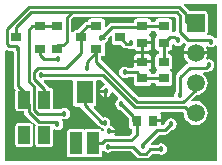
<source format=gbl>
G04 Layer_Physical_Order=2*
G04 Layer_Color=16711680*
%FSLAX25Y25*%
%MOIN*%
G70*
G01*
G75*
%ADD10R,0.03150X0.03543*%
%ADD11R,0.03543X0.03150*%
%ADD17C,0.01000*%
%ADD18C,0.05905*%
%ADD19R,0.05905X0.05905*%
%ADD20C,0.01800*%
%ADD21R,0.03543X0.03150*%
%ADD22R,0.03937X0.05905*%
%ADD23R,0.04331X0.07480*%
%ADD24R,0.05512X0.07480*%
G36*
X51539Y44882D02*
X51617Y44492D01*
X51838Y44161D01*
X52132Y43964D01*
X52161Y43701D01*
X52132Y43437D01*
X51838Y43241D01*
X51617Y42910D01*
X51539Y42520D01*
Y39370D01*
X51617Y38980D01*
X51838Y38649D01*
X52169Y38428D01*
X52559Y38351D01*
X52801D01*
Y37240D01*
X52559D01*
X52169Y37163D01*
X51838Y36942D01*
X51617Y36611D01*
X51539Y36221D01*
Y33071D01*
X51617Y32681D01*
X51838Y32350D01*
X52132Y32153D01*
X52161Y31890D01*
X52132Y31626D01*
X51838Y31430D01*
X51617Y31099D01*
X51539Y30709D01*
Y30707D01*
X50035D01*
Y30709D01*
X49958Y31099D01*
X49737Y31430D01*
X49442Y31626D01*
X49413Y31890D01*
X49442Y32153D01*
X49737Y32350D01*
X49958Y32681D01*
X50035Y33071D01*
Y34146D01*
X47244D01*
X44453D01*
Y33071D01*
X44030Y32632D01*
X42469D01*
X42080Y32892D01*
X41339Y33040D01*
X40597Y32892D01*
X39969Y32472D01*
X39549Y31844D01*
X39401Y31102D01*
X39549Y30361D01*
X39969Y29732D01*
X40597Y29313D01*
X41339Y29165D01*
X42080Y29313D01*
X42469Y29573D01*
X44453D01*
Y27559D01*
X44530Y27169D01*
X44752Y26838D01*
X45082Y26617D01*
X45472Y26540D01*
X49016D01*
X49406Y26617D01*
X49737Y26838D01*
X49958Y27169D01*
X50035Y27559D01*
Y27649D01*
X51539D01*
Y27559D01*
X51617Y27169D01*
X51838Y26838D01*
X52169Y26617D01*
X52559Y26540D01*
X56102D01*
X56493Y26617D01*
X56823Y26838D01*
X57044Y27169D01*
X57122Y27559D01*
Y30709D01*
X57044Y31099D01*
X56823Y31430D01*
X56529Y31626D01*
X56500Y31890D01*
X56529Y32153D01*
X56823Y32350D01*
X57044Y32681D01*
X57122Y33071D01*
Y36221D01*
X57044Y36611D01*
X56823Y36942D01*
X56493Y37163D01*
X56102Y37240D01*
X55860D01*
Y38351D01*
X56102D01*
X56493Y38428D01*
X56823Y38649D01*
X57044Y38980D01*
X57122Y39370D01*
Y40305D01*
X57622Y40457D01*
X57685Y40362D01*
X58314Y39942D01*
X59055Y39795D01*
X59796Y39942D01*
X60425Y40362D01*
X60760Y40863D01*
X61320Y41010D01*
X61400Y40931D01*
X61759Y40691D01*
X61911Y40216D01*
X61917Y40085D01*
X61508Y39553D01*
X61110Y38591D01*
X61040Y38059D01*
X64961D01*
X68882D01*
X68812Y38591D01*
X68413Y39553D01*
X68322Y39672D01*
X68709Y39969D01*
X69337Y39549D01*
X70079Y39401D01*
X70820Y39549D01*
X71449Y39969D01*
X71593Y40184D01*
X72093Y40033D01*
Y1529D01*
X1529D01*
Y38291D01*
X2029Y38558D01*
X2223Y38429D01*
X2808Y38312D01*
X4100D01*
X4116Y38235D01*
X4376Y37845D01*
Y26516D01*
X4493Y25931D01*
X4824Y25435D01*
X4948Y25311D01*
X4886Y25000D01*
Y19095D01*
X4963Y18704D01*
X5184Y18374D01*
X5515Y18153D01*
X5905Y18075D01*
X7813D01*
Y17966D01*
X7929Y17381D01*
X8261Y16885D01*
X10778Y14368D01*
X10459Y13980D01*
X10233Y14131D01*
X9842Y14209D01*
X5905D01*
X5515Y14131D01*
X5184Y13910D01*
X4963Y13579D01*
X4886Y13189D01*
Y7284D01*
X4963Y6893D01*
X5184Y6563D01*
X5515Y6342D01*
X5905Y6264D01*
X9842D01*
X10233Y6342D01*
X10563Y6563D01*
X10784Y6893D01*
X10862Y7284D01*
Y13189D01*
X10784Y13579D01*
X10633Y13806D01*
X11022Y14124D01*
X11642Y13504D01*
X11579Y13189D01*
Y7284D01*
X11656Y6893D01*
X11877Y6563D01*
X12208Y6342D01*
X12598Y6264D01*
X16535D01*
X16926Y6342D01*
X17256Y6563D01*
X17477Y6893D01*
X17555Y7284D01*
Y11861D01*
X17996Y12097D01*
X18156Y11990D01*
X18898Y11842D01*
X19639Y11990D01*
X20267Y12410D01*
X20687Y13038D01*
X20835Y13780D01*
X20687Y14521D01*
X20296Y15106D01*
X20407Y15319D01*
X20574Y15522D01*
X21260Y15386D01*
X22001Y15533D01*
X22630Y15953D01*
X23050Y16581D01*
X23197Y17323D01*
X23050Y18064D01*
X22630Y18693D01*
X22001Y19113D01*
X21260Y19260D01*
X20518Y19113D01*
X20129Y18852D01*
X17754D01*
X17555Y19095D01*
Y25000D01*
X17477Y25390D01*
X17256Y25721D01*
X16926Y25942D01*
X16535Y26020D01*
X15956D01*
X15648Y26481D01*
X14304Y27826D01*
X14433Y28403D01*
X14651Y28549D01*
X23747D01*
X24177Y28150D01*
Y20670D01*
X24255Y20279D01*
X24476Y19949D01*
X24807Y19727D01*
X25197Y19650D01*
X26522D01*
X26540Y19560D01*
X26871Y19064D01*
X32844Y13092D01*
X33340Y12760D01*
X33340Y12760D01*
X33904Y12383D01*
X34376Y12290D01*
X34431Y12159D01*
X34324Y11621D01*
X33836Y11611D01*
X33813Y11615D01*
X33595Y11942D01*
X33264Y12162D01*
X32874Y12240D01*
X28543D01*
X28153Y12162D01*
X27953Y12029D01*
X27752Y12162D01*
X27362Y12240D01*
X23031D01*
X22641Y12162D01*
X22311Y11942D01*
X22090Y11611D01*
X22012Y11221D01*
Y3740D01*
X22090Y3350D01*
X22311Y3019D01*
X22641Y2798D01*
X23031Y2721D01*
X27362D01*
X27752Y2798D01*
X27953Y2932D01*
X28153Y2798D01*
X28543Y2721D01*
X32874D01*
X33264Y2798D01*
X33595Y3019D01*
X33816Y3350D01*
X33894Y3740D01*
Y4872D01*
X34394Y5024D01*
X34457Y4929D01*
X35085Y4509D01*
X35827Y4362D01*
X36568Y4509D01*
X36958Y4770D01*
X43464D01*
X45307Y2927D01*
X45803Y2595D01*
X46389Y2479D01*
X48377D01*
X48962Y2595D01*
X49458Y2927D01*
X50514Y3982D01*
X52412D01*
X52802Y3722D01*
X53543Y3575D01*
X54285Y3722D01*
X54913Y4142D01*
X55333Y4770D01*
X55480Y5512D01*
X55333Y6253D01*
X54913Y6882D01*
X54285Y7302D01*
X53543Y7449D01*
X52802Y7302D01*
X52412Y7041D01*
X50154D01*
X49947Y7541D01*
X52765Y10360D01*
X54802D01*
X55388Y10476D01*
X55884Y10808D01*
X56975Y11898D01*
X57434Y11990D01*
X58063Y12410D01*
X58483Y13038D01*
X58630Y13780D01*
X58483Y14521D01*
X58063Y15149D01*
X57434Y15569D01*
X56693Y15717D01*
X55952Y15569D01*
X55323Y15149D01*
X54903Y14521D01*
X54812Y14061D01*
X54169Y13418D01*
X53382D01*
Y14461D01*
X50788D01*
Y15461D01*
X53382D01*
Y16732D01*
X53304Y17122D01*
X53124Y17393D01*
X53193Y17652D01*
X53325Y17893D01*
X60513D01*
X60974Y17559D01*
X61110Y16527D01*
X61508Y15566D01*
X62142Y14740D01*
X62967Y14107D01*
X63929Y13708D01*
X64961Y13572D01*
X65993Y13708D01*
X66954Y14107D01*
X67780Y14740D01*
X68413Y15566D01*
X68812Y16527D01*
X68947Y17559D01*
X68812Y18591D01*
X68413Y19553D01*
X67780Y20378D01*
X66954Y21012D01*
X65993Y21410D01*
X64961Y21546D01*
X63929Y21410D01*
X63871Y21386D01*
X63587Y21810D01*
X65409Y23631D01*
X65993Y23708D01*
X66954Y24106D01*
X67780Y24740D01*
X68413Y25566D01*
X68812Y26527D01*
X68947Y27559D01*
X68812Y28591D01*
X68413Y29553D01*
X67780Y30378D01*
X67429Y30648D01*
X67598Y31148D01*
X68504D01*
X69089Y31264D01*
X69564Y31582D01*
X70033Y31675D01*
X70661Y32095D01*
X71081Y32723D01*
X71228Y33465D01*
X71081Y34206D01*
X70661Y34834D01*
X70033Y35254D01*
X69291Y35402D01*
X68823Y35309D01*
X68789Y35330D01*
X68491Y35752D01*
X68812Y36527D01*
X68882Y37059D01*
X64961D01*
X61040D01*
X61110Y36527D01*
X61508Y35566D01*
X62142Y34740D01*
X62381Y34556D01*
X62279Y34005D01*
X61911Y33759D01*
X58761Y30609D01*
X58429Y30113D01*
X58313Y29528D01*
Y24753D01*
X58053Y24363D01*
X57905Y23622D01*
X57979Y23252D01*
X57584Y22751D01*
X45981D01*
X33419Y35313D01*
Y36382D01*
X33661D01*
X34051Y36459D01*
X34382Y36680D01*
X34603Y37011D01*
X34681Y37401D01*
Y40551D01*
X34605Y40932D01*
X34932Y41150D01*
X34935Y41154D01*
X35360Y41438D01*
X35692Y41934D01*
X35808Y42520D01*
X35794Y42589D01*
X36511Y43305D01*
X36972Y43114D01*
Y41142D01*
X37050Y40751D01*
X37271Y40421D01*
X37602Y40200D01*
X37992Y40122D01*
X40195D01*
X40757Y39560D01*
X41253Y39229D01*
X41838Y39112D01*
X42522D01*
X42699Y38994D01*
X43440Y38846D01*
X44024Y38963D01*
X44230Y38970D01*
X44694Y38735D01*
X44752Y38649D01*
X45082Y38428D01*
X45473Y38351D01*
X46744D01*
Y40945D01*
X47244D01*
Y41445D01*
X50036D01*
Y42520D01*
X49958Y42910D01*
X49737Y43241D01*
X49442Y43437D01*
X49414Y43701D01*
X49442Y43964D01*
X49737Y44161D01*
X49958Y44492D01*
X50036Y44882D01*
Y44927D01*
X51539D01*
Y44882D01*
D02*
G37*
G36*
X34682Y27179D02*
X34517Y26637D01*
X34298Y26593D01*
X33669Y26173D01*
X33250Y25545D01*
X33202Y25303D01*
X35039D01*
Y24803D01*
X35539D01*
Y22965D01*
X35781Y23013D01*
X36409Y23433D01*
X36829Y24062D01*
X36873Y24281D01*
X37415Y24446D01*
X39176Y22685D01*
X39102Y22052D01*
X38788Y21842D01*
X38368Y21214D01*
X38220Y20472D01*
X38368Y19731D01*
X38788Y19103D01*
X39416Y18683D01*
X39836Y18599D01*
X42648Y15788D01*
Y14961D01*
X42681Y14793D01*
Y13189D01*
X42759Y12799D01*
X42980Y12468D01*
X43311Y12247D01*
X43701Y12169D01*
X43746D01*
Y10911D01*
X42842Y10007D01*
X38165D01*
X37898Y10507D01*
X38010Y10676D01*
X38058Y10917D01*
X36220D01*
Y11917D01*
X38058D01*
X38010Y12159D01*
X37590Y12787D01*
X36962Y13207D01*
X36490Y13301D01*
X36435Y13432D01*
X36583Y14173D01*
X36435Y14915D01*
X36015Y15543D01*
X35387Y15963D01*
X34646Y16110D01*
X34233Y16028D01*
X31053Y19208D01*
X31070Y19407D01*
X31184Y19784D01*
X31429Y19949D01*
X31651Y20279D01*
X31728Y20670D01*
Y28150D01*
X32159Y28549D01*
X33313D01*
X34682Y27179D01*
D02*
G37*
G36*
X72093Y42644D02*
X71593Y42493D01*
X71449Y42708D01*
X70820Y43128D01*
X70271Y43238D01*
X69991Y43425D01*
X69405Y43541D01*
X68960D01*
X68943Y43559D01*
X68739Y44041D01*
X68855Y44216D01*
X68933Y44607D01*
Y50512D01*
X68855Y50902D01*
X68634Y51233D01*
X68304Y51454D01*
X67913Y51531D01*
X62860D01*
X62724Y51736D01*
X60939Y53521D01*
X61131Y53983D01*
X72093D01*
Y42644D01*
D02*
G37*
G36*
X58313Y49275D02*
Y44950D01*
X57886Y44552D01*
X57826Y44538D01*
X57767Y44549D01*
X57395D01*
X57122Y44882D01*
Y48032D01*
X57044Y48422D01*
X56823Y48753D01*
X56493Y48974D01*
X56102Y49051D01*
X52559D01*
X52169Y48974D01*
X51838Y48753D01*
X51617Y48422D01*
X51539Y48032D01*
Y47986D01*
X50036D01*
Y48032D01*
X49958Y48422D01*
X49737Y48753D01*
X49406Y48974D01*
X49016Y49051D01*
X45473D01*
X45082Y48974D01*
X44752Y48753D01*
X44531Y48422D01*
X44453Y48032D01*
Y47647D01*
X37160D01*
X36575Y47530D01*
X36078Y47199D01*
X35143Y46263D01*
X34681Y46455D01*
Y48031D01*
X34603Y48422D01*
X34382Y48752D01*
X34051Y48973D01*
X33661Y49051D01*
X30118D01*
X29728Y48973D01*
X29397Y48752D01*
X29176Y48422D01*
X29098Y48031D01*
Y47986D01*
X28850D01*
X28265Y47870D01*
X27769Y47538D01*
X25690Y45459D01*
X25591Y45311D01*
X25000D01*
X24610Y45233D01*
X24279Y45012D01*
X24058Y44681D01*
X24050Y44640D01*
X23550Y44690D01*
Y48744D01*
X24408Y49602D01*
X57986D01*
X58313Y49275D01*
D02*
G37*
%LPC*%
G36*
X46744Y37240D02*
X45472D01*
X45082Y37163D01*
X44752Y36942D01*
X44530Y36611D01*
X44453Y36221D01*
Y35146D01*
X46744D01*
Y37240D01*
D02*
G37*
G36*
X50036Y40445D02*
X47744D01*
Y38351D01*
X49016D01*
X49406Y38428D01*
X49737Y38649D01*
X49958Y38980D01*
X50036Y39370D01*
Y40445D01*
D02*
G37*
G36*
X49016Y37240D02*
X47744D01*
Y35146D01*
X50035D01*
Y36221D01*
X49958Y36611D01*
X49737Y36942D01*
X49406Y37163D01*
X49016Y37240D01*
D02*
G37*
G36*
X34539Y24303D02*
X33202D01*
X33250Y24062D01*
X33669Y23433D01*
X34298Y23013D01*
X34539Y22965D01*
Y24303D01*
D02*
G37*
%LPD*%
D10*
X50788Y14961D02*
D03*
X45276D02*
D03*
D11*
X47244Y34646D02*
D03*
Y29134D02*
D03*
X54331D02*
D03*
Y34646D02*
D03*
X47244Y40945D02*
D03*
Y46457D02*
D03*
X54331D02*
D03*
Y40945D02*
D03*
D17*
X27953Y20146D02*
Y24410D01*
X12992Y37006D02*
Y38977D01*
Y37006D02*
X14521Y35478D01*
X28850Y46457D02*
X31890D01*
X26772Y44378D02*
X28850Y46457D01*
X26772Y42716D02*
Y44378D01*
X14567Y22047D02*
Y25399D01*
X9320Y28100D02*
X11142Y26278D01*
X9320Y28100D02*
Y45378D01*
X10399Y46457D01*
X12992D01*
X18898Y46457D02*
Y46478D01*
X12992Y46457D02*
Y46478D01*
X54321Y34646D02*
X54331D01*
X5118Y42717D02*
Y46076D01*
X22020Y41378D02*
Y49378D01*
X20720Y40078D02*
X22020Y41378D01*
X18898Y38976D02*
Y40078D01*
X54331Y29134D02*
Y29178D01*
X47244Y29134D02*
Y29178D01*
X44177Y14961D02*
X45276D01*
Y10278D02*
Y14961D01*
X40157Y20441D02*
X44177Y16421D01*
X64961Y25346D02*
Y27559D01*
X12526Y32478D02*
X21721D01*
X11120Y28846D02*
X14567Y25399D01*
X11120Y28846D02*
Y31072D01*
X12526Y32478D01*
X11142Y18712D02*
Y26278D01*
X31890Y37747D02*
Y38976D01*
X5118Y46076D02*
X10174Y51132D01*
X23774D01*
X22020Y49378D02*
X23774Y51132D01*
X63445Y17559D02*
X64961D01*
X14521Y35478D02*
X19020D01*
X11142Y18712D02*
X11142Y18712D01*
X12531Y17323D02*
X21260D01*
X11142Y18712D02*
X12531Y17323D01*
X7874Y22047D02*
X9342Y20579D01*
Y19458D02*
Y20579D01*
X9342Y19458D02*
X9342Y19458D01*
X9342Y17966D02*
Y19458D01*
X45276Y31102D02*
X47244Y29134D01*
Y29178D02*
X54331D01*
X56693Y13780D02*
X56719D01*
X54802Y11889D02*
X56693Y13780D01*
X52131Y11889D02*
X54802D01*
X47383Y7140D02*
X52131Y11889D01*
X47383Y6408D02*
Y7140D01*
X40157Y20441D02*
Y20472D01*
X46389Y4008D02*
X48377D01*
X49783Y5414D01*
Y5512D01*
X53543D01*
X21721Y32478D02*
X26772Y37529D01*
Y42716D01*
X9342Y17966D02*
X12820Y14489D01*
X18188D01*
X18898Y13780D01*
X5906Y26516D02*
Y38976D01*
Y26516D02*
X7874Y24548D01*
Y22047D02*
Y24548D01*
X54331Y34646D02*
Y40945D01*
X47244Y46457D02*
X54331D01*
X28740Y34598D02*
X31890Y37747D01*
Y34680D02*
Y37747D01*
X13521Y30078D02*
X33946D01*
X28740Y32677D02*
Y34598D01*
X41339Y31102D02*
X45276D01*
X33562Y42520D02*
X34279D01*
X58619Y51132D02*
X59842Y49909D01*
X23774Y51132D02*
X58619D01*
X59365Y52932D02*
X61642Y50654D01*
X9429Y52932D02*
X59365D01*
X2046Y45549D02*
X9429Y52932D01*
X2046Y40603D02*
Y45549D01*
Y40603D02*
X2808Y39842D01*
X5040D01*
X5906Y38976D01*
X45348Y21222D02*
X60837D01*
X64961Y25346D01*
X44602Y19422D02*
X61582D01*
X63445Y17559D01*
X47244Y46117D02*
Y46457D01*
X37160Y46117D02*
X47244D01*
X33562Y42520D02*
X37160Y46117D01*
X39764Y42716D02*
X41838Y40642D01*
X43298D01*
X43440Y40784D01*
X59842Y29528D02*
X62992Y32677D01*
X59842Y23622D02*
Y29528D01*
X54331Y40945D02*
X54409Y40866D01*
X62992Y32677D02*
X68504D01*
X69291Y33465D01*
X27953Y20146D02*
X33925Y14173D01*
X34646D01*
X33946Y30078D02*
X44602Y19422D01*
X36220Y11417D02*
X36538D01*
X43476Y8478D02*
X45276Y10278D01*
X44098Y6299D02*
X46389Y4008D01*
X35827Y6299D02*
X44098D01*
X34833Y8699D02*
X36972D01*
X33614Y7480D02*
X34833Y8699D01*
X30709Y7480D02*
X33614D01*
X36972Y8699D02*
X37193Y8478D01*
X43476D01*
X44177Y14961D02*
Y16421D01*
X31890Y34680D02*
X45348Y21222D01*
X69405Y42012D02*
X70079Y41339D01*
X61642Y47901D02*
Y50654D01*
X59842Y44651D02*
Y49909D01*
Y44651D02*
X62481Y42012D01*
X69405D01*
X56563Y43020D02*
X57767D01*
X59055Y41732D01*
X64619Y47901D02*
X64961Y47559D01*
X61642Y47901D02*
X64619D01*
X18898Y40078D02*
X20720D01*
X54409Y40866D02*
X56563Y43020D01*
X12992Y46478D02*
X18898D01*
D18*
X64961Y17559D02*
D03*
Y27559D02*
D03*
Y37559D02*
D03*
D19*
Y47559D02*
D03*
D20*
X13521Y30078D02*
D03*
X19020Y35478D02*
D03*
X21260Y17323D02*
D03*
X56693Y13780D02*
D03*
X53543Y5512D02*
D03*
X47383Y6408D02*
D03*
X40157Y20472D02*
D03*
X18898Y13780D02*
D03*
X5906Y38976D02*
D03*
X28740Y32677D02*
D03*
X41339Y31102D02*
D03*
X33562Y42520D02*
D03*
X59842Y23622D02*
D03*
X43440Y40784D02*
D03*
X69291Y33465D02*
D03*
X70079Y41339D02*
D03*
X34646Y14173D02*
D03*
X35039Y24803D02*
D03*
X36220Y11417D02*
D03*
X35827Y6299D02*
D03*
X59055Y41732D02*
D03*
D21*
X39764Y42716D02*
D03*
X31890Y46457D02*
D03*
Y38976D02*
D03*
X12992Y46457D02*
D03*
Y38977D02*
D03*
X5118Y42717D02*
D03*
X26772Y42716D02*
D03*
X18898Y46457D02*
D03*
Y38976D02*
D03*
D22*
X14567Y10236D02*
D03*
X7874D02*
D03*
Y22047D02*
D03*
X14567D02*
D03*
D23*
X30709Y7480D02*
D03*
X25197D02*
D03*
D24*
X27953Y24410D02*
D03*
M02*

</source>
